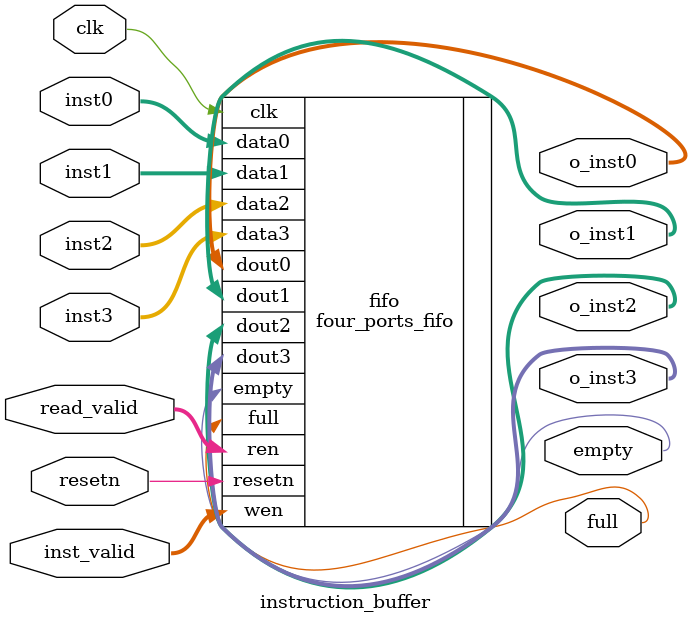
<source format=v>
module instruction_buffer(
    input wire clk,
    input wire resetn,

    input wire [31:0] inst0,
    input wire [31:0] inst1,
    input wire [31:0] inst2,
    input wire [31:0] inst3,
    input wire [2:0] inst_valid,

    input wire [2:0] read_valid,

    output wire [31:0] o_inst0,
    output wire [31:0] o_inst1,
    output wire [31:0] o_inst2,
    output wire [31:0] o_inst3,
    
    output wire empty,
    output wire full
);

    four_ports_fifo fifo(
        .clk(clk),
        .resetn(resetn),
        .data0(inst0),
        .data1(inst1),
        .data2(inst2),
        .data3(inst3),
        .wen(inst_valid),
        .ren(read_valid),
        .dout0(o_inst0),
        .dout1(o_inst1),
        .dout2(o_inst2),
        .dout3(o_inst3),
        .empty(empty),
        .full(full)
    );

endmodule
</source>
